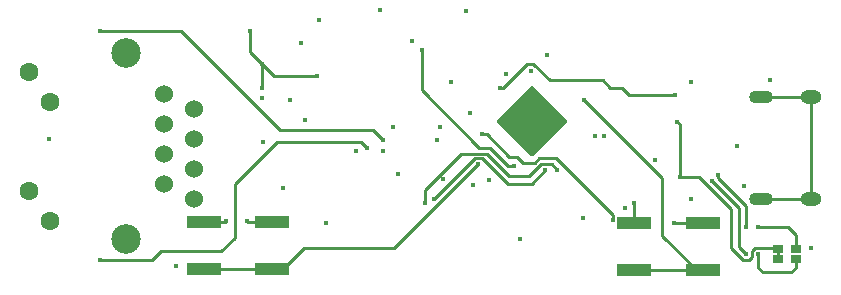
<source format=gbl>
G04 Layer: BottomLayer*
G04 EasyEDA v6.5.42, 2024-04-25 20:34:07*
G04 45d2cdbc43ad4f689448c33dbcd3fbb7,b9277fd2045942759ab1a28cc0c323af,10*
G04 Gerber Generator version 0.2*
G04 Scale: 100 percent, Rotated: No, Reflected: No *
G04 Dimensions in millimeters *
G04 leading zeros omitted , absolute positions ,4 integer and 5 decimal *
%FSLAX45Y45*%
%MOMM*%

%AMMACRO1*21,1,$1,$2,0,0,$3*%
%ADD10C,0.2540*%
%ADD11MACRO1,0.8X0.65X0.0000*%
%ADD12MACRO1,0.8001X0.6502X0.0000*%
%ADD13MACRO1,2.8001X1X0.0000*%
%ADD14MACRO1,2.7998X1X0.0000*%
%ADD15C,1.6000*%
%ADD16C,1.5240*%
%ADD17C,2.5000*%
%ADD18O,1.9999959999999999X1.0999978000000001*%
%ADD19O,1.7999964X1.1999976*%
%ADD20C,0.6096*%
%ADD21C,0.4500*%

%LPD*%
G36*
X5422900Y6201816D02*
G01*
X5418988Y6202578D01*
X5415737Y6204762D01*
X5125262Y6495237D01*
X5123078Y6498488D01*
X5122316Y6502400D01*
X5123078Y6506311D01*
X5125262Y6509562D01*
X5415737Y6800037D01*
X5418988Y6802221D01*
X5422900Y6802983D01*
X5426811Y6802221D01*
X5430062Y6800037D01*
X5720537Y6509562D01*
X5722721Y6506311D01*
X5723483Y6502400D01*
X5722721Y6498488D01*
X5720537Y6495237D01*
X5430062Y6204762D01*
X5426811Y6202578D01*
G37*

%LPD*%
D10*
X4521200Y5803900D02*
G01*
X4521200Y5918200D01*
X4826000Y6223000D01*
X5041900Y6223000D01*
X5232400Y6032500D01*
X5397500Y6032500D01*
X5499100Y6134100D01*
X5593206Y6134100D01*
X5638800Y6088506D01*
X5003800Y6388100D02*
G01*
X5041900Y6388100D01*
X5232400Y6197600D01*
X5295900Y6197600D01*
X5346700Y6146800D01*
X5448300Y6146800D01*
X5486400Y6184900D01*
X5626100Y6184900D01*
X6108700Y5702300D01*
X6108700Y5664200D01*
X5867400Y6680200D02*
G01*
X6527800Y6019800D01*
X6527800Y5524500D01*
X6816725Y5235575D01*
X6868591Y5235575D01*
X5156200Y6781800D02*
G01*
X5181600Y6781800D01*
X5384800Y6985000D01*
X5435600Y6985000D01*
X5575300Y6845300D01*
X6020749Y6845300D01*
X6084249Y6781800D01*
X6184900Y6781800D01*
X6247891Y6718808D01*
X6637020Y6718808D01*
X6997700Y6045200D02*
G01*
X6997700Y6019800D01*
X7239000Y5778500D01*
X7239000Y5600700D01*
X6672579Y6025895D02*
G01*
X6839204Y6025895D01*
X7112000Y5753100D01*
X7112000Y5422900D01*
X7213600Y5321300D01*
X7264400Y5321300D01*
X7289800Y5346700D01*
X7289800Y5397500D01*
X7315200Y5422900D01*
X7496556Y5422900D01*
X7504938Y5414518D01*
X7361298Y6706288D02*
G01*
X7781317Y6706288D01*
X7781317Y6706288D02*
G01*
X7781317Y5841286D01*
X7361298Y5841286D02*
G01*
X7781317Y5841286D01*
X6946900Y5994400D02*
G01*
X7175500Y5765800D01*
X7175500Y5435600D01*
X7239000Y5372100D01*
X7340600Y5600700D02*
G01*
X7594600Y5600700D01*
X7658912Y5536387D01*
X7658912Y5414594D01*
X7340600Y5372100D02*
G01*
X7340600Y5257800D01*
X7378700Y5219700D01*
X7620000Y5219700D01*
X7658912Y5258612D01*
X7658912Y5329605D01*
X6654800Y6489700D02*
G01*
X6672684Y6471815D01*
X6672684Y6025779D01*
X7504938Y5414518D02*
G01*
X7504938Y5329681D01*
X3035300Y7264400D02*
G01*
X3035300Y7086600D01*
X3136900Y6985000D01*
X3136900Y6985000D02*
G01*
X3238500Y6883400D01*
X3606800Y6883400D01*
X3136900Y6985000D02*
G01*
X3136900Y6781800D01*
X4165600Y6337300D02*
G01*
X4076700Y6426200D01*
X3289300Y6426200D01*
X2451100Y7264400D01*
X1765300Y7264400D01*
X3223691Y5248275D02*
G01*
X2643708Y5248275D01*
X6868591Y5235575D02*
G01*
X6288608Y5235575D01*
X4025900Y6273800D02*
G01*
X3975100Y6324600D01*
X3263900Y6324600D01*
X2908300Y5969000D01*
X2908300Y5511800D01*
X2794000Y5397500D01*
X2286000Y5397500D01*
X2209800Y5321300D01*
X1765300Y5321300D01*
X4965700Y6134100D02*
G01*
X4254500Y5422900D01*
X3492754Y5422900D01*
X3318002Y5248147D01*
X3223768Y5248147D01*
X6286500Y5803900D02*
G01*
X6288608Y5801791D01*
X6288608Y5635574D01*
X6629400Y5638800D02*
G01*
X6632625Y5635574D01*
X6868591Y5635574D01*
X3009900Y5651500D02*
G01*
X3013125Y5648274D01*
X3223691Y5648274D01*
X2832100Y5651500D02*
G01*
X2828874Y5648274D01*
X2643708Y5648274D01*
X4597400Y5842000D02*
G01*
X4940300Y6184900D01*
X5003800Y6184900D01*
X5219700Y5969000D01*
X5422900Y5969000D01*
X5537200Y6083300D01*
X5270500Y6121400D02*
G01*
X5219700Y6121400D01*
X5067300Y6273800D01*
X4978400Y6273800D01*
X4488281Y6763918D01*
X4488281Y7105827D01*
D11*
G01*
X7658907Y5414594D03*
G01*
X7504907Y5414594D03*
D12*
G01*
X7504976Y5329600D03*
G01*
X7658900Y5329600D03*
D13*
G01*
X6868591Y5635586D03*
D14*
G01*
X6288595Y5635586D03*
D13*
G01*
X6868591Y5235587D03*
D14*
G01*
X6288595Y5235587D03*
D13*
G01*
X3223691Y5648286D03*
D14*
G01*
X2643695Y5648286D03*
D13*
G01*
X3223691Y5248287D03*
D14*
G01*
X2643695Y5248287D03*
D15*
G01*
X1168400Y5907989D03*
G01*
X1338402Y5653989D03*
G01*
X1168400Y6918985D03*
G01*
X1338402Y6664985D03*
D16*
G01*
X2311400Y6730974D03*
G01*
X2565400Y6603974D03*
G01*
X2311400Y6476974D03*
G01*
X2565400Y6349974D03*
G01*
X2311400Y6222974D03*
G01*
X2565400Y6095974D03*
G01*
X2311400Y5968974D03*
G01*
X2565400Y5841974D03*
D17*
G01*
X1981403Y7074001D03*
G01*
X1981377Y5498998D03*
D18*
G01*
X7361300Y5841288D03*
G01*
X7361300Y6706285D03*
D19*
G01*
X7781315Y5841288D03*
G01*
X7781315Y6706285D03*
D20*
G01*
X5422900Y6573088D03*
G01*
X5493613Y6502374D03*
G01*
X5352186Y6502374D03*
G01*
X5422900Y6431661D03*
D21*
G01*
X6946900Y5994400D03*
G01*
X6997700Y6045200D03*
G01*
X7239000Y5600700D03*
G01*
X7239000Y5372100D03*
G01*
X7340600Y5600700D03*
G01*
X7340600Y5372100D03*
G01*
X6654800Y6489700D03*
G01*
X6672681Y6025769D03*
G01*
X5537200Y6083300D03*
G01*
X5638800Y6088506D03*
G01*
X5549900Y7061200D03*
G01*
X3619500Y7353300D03*
G01*
X3467100Y7162800D03*
G01*
X3371291Y6680200D03*
G01*
X3136900Y6692900D03*
G01*
X6769100Y5842000D03*
G01*
X7161250Y6284950D03*
G01*
X6769531Y6827850D03*
G01*
X4250029Y6451600D03*
G01*
X4622800Y6337300D03*
G01*
X4648200Y6451600D03*
G01*
X4902200Y6565900D03*
G01*
X3317392Y5937199D03*
G01*
X3606800Y6883400D03*
G01*
X3136900Y6985000D03*
G01*
X3035300Y7264400D03*
G01*
X3136900Y6781800D03*
G01*
X3149600Y6324600D03*
G01*
X3501390Y6506210D03*
G01*
X4140200Y7442200D03*
G01*
X4406900Y7175500D03*
G01*
X4864100Y7429500D03*
G01*
X5207000Y6896100D03*
G01*
X7442200Y6845300D03*
G01*
X7215530Y5953785D03*
G01*
X7785100Y5422900D03*
G01*
X4162475Y6248984D03*
G01*
X3937000Y6248400D03*
G01*
X1333500Y6350000D03*
G01*
X4287443Y6050330D03*
G01*
X4025900Y6273800D03*
G01*
X4165600Y6337300D03*
G01*
X1765300Y7264400D03*
G01*
X1765300Y5321300D03*
G01*
X6629400Y5638800D03*
G01*
X5867400Y6680200D03*
G01*
X6464300Y6172200D03*
G01*
X5156200Y6781800D03*
G01*
X5411266Y6925259D03*
G01*
X2413000Y5270500D03*
G01*
X6636918Y6718731D03*
G01*
X4965700Y6134100D03*
G01*
X4737100Y6832600D03*
G01*
X5956300Y6375400D03*
G01*
X3009900Y5651500D03*
G01*
X3683000Y5638800D03*
G01*
X6286500Y5803900D03*
G01*
X2832100Y5651500D03*
G01*
X5854700Y5676900D03*
G01*
X5321300Y5499100D03*
G01*
X4521200Y5803900D03*
G01*
X4597400Y5842000D03*
G01*
X6029680Y6375400D03*
G01*
X4673600Y6007100D03*
G01*
X5056733Y5998108D03*
G01*
X5270500Y6121400D03*
G01*
X4488281Y7105827D03*
G01*
X4927600Y5956300D03*
G01*
X6210300Y5765800D03*
G01*
X5003800Y6388100D03*
G01*
X6108700Y5664200D03*
M02*

</source>
